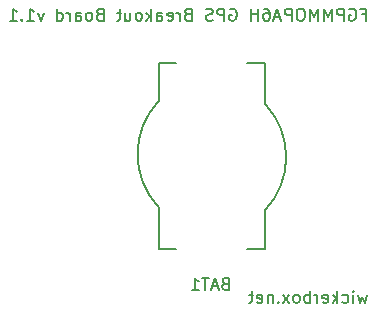
<source format=gbo>
%TF.GenerationSoftware,KiCad,Pcbnew,4.0.5-e0-6337~49~ubuntu16.04.1*%
%TF.CreationDate,2017-03-11T12:02:39-08:00*%
%TF.ProjectId,fgpmmopa6h-gps-breakout,6667706D6D6F706136682D6770732D62,v1.0*%
%TF.FileFunction,Legend,Bot*%
%FSLAX46Y46*%
G04 Gerber Fmt 4.6, Leading zero omitted, Abs format (unit mm)*
G04 Created by KiCad (PCBNEW 4.0.5-e0-6337~49~ubuntu16.04.1) date Sat Mar 11 12:02:39 2017*
%MOMM*%
%LPD*%
G01*
G04 APERTURE LIST*
%ADD10C,0.350000*%
%ADD11C,0.152400*%
%ADD12C,0.150000*%
%ADD13R,5.252400X2.652400*%
%ADD14C,10.352400*%
%ADD15R,2.184400X1.879600*%
%ADD16O,2.184400X1.879600*%
G04 APERTURE END LIST*
D10*
D11*
X168809609Y-80638469D02*
X169148275Y-80638469D01*
X169148275Y-81170659D02*
X169148275Y-80154659D01*
X168664466Y-80154659D01*
X167745228Y-80203040D02*
X167841990Y-80154659D01*
X167987133Y-80154659D01*
X168132275Y-80203040D01*
X168229037Y-80299802D01*
X168277418Y-80396564D01*
X168325799Y-80590088D01*
X168325799Y-80735230D01*
X168277418Y-80928754D01*
X168229037Y-81025516D01*
X168132275Y-81122278D01*
X167987133Y-81170659D01*
X167890371Y-81170659D01*
X167745228Y-81122278D01*
X167696847Y-81073897D01*
X167696847Y-80735230D01*
X167890371Y-80735230D01*
X167261418Y-81170659D02*
X167261418Y-80154659D01*
X166874371Y-80154659D01*
X166777609Y-80203040D01*
X166729228Y-80251421D01*
X166680847Y-80348183D01*
X166680847Y-80493326D01*
X166729228Y-80590088D01*
X166777609Y-80638469D01*
X166874371Y-80686850D01*
X167261418Y-80686850D01*
X166245418Y-81170659D02*
X166245418Y-80154659D01*
X165906752Y-80880373D01*
X165568085Y-80154659D01*
X165568085Y-81170659D01*
X165084275Y-81170659D02*
X165084275Y-80154659D01*
X164745609Y-80880373D01*
X164406942Y-80154659D01*
X164406942Y-81170659D01*
X163729608Y-80154659D02*
X163536085Y-80154659D01*
X163439323Y-80203040D01*
X163342561Y-80299802D01*
X163294180Y-80493326D01*
X163294180Y-80831992D01*
X163342561Y-81025516D01*
X163439323Y-81122278D01*
X163536085Y-81170659D01*
X163729608Y-81170659D01*
X163826370Y-81122278D01*
X163923132Y-81025516D01*
X163971513Y-80831992D01*
X163971513Y-80493326D01*
X163923132Y-80299802D01*
X163826370Y-80203040D01*
X163729608Y-80154659D01*
X162858751Y-81170659D02*
X162858751Y-80154659D01*
X162471704Y-80154659D01*
X162374942Y-80203040D01*
X162326561Y-80251421D01*
X162278180Y-80348183D01*
X162278180Y-80493326D01*
X162326561Y-80590088D01*
X162374942Y-80638469D01*
X162471704Y-80686850D01*
X162858751Y-80686850D01*
X161891132Y-80880373D02*
X161407323Y-80880373D01*
X161987894Y-81170659D02*
X161649227Y-80154659D01*
X161310561Y-81170659D01*
X160536466Y-80154659D02*
X160729989Y-80154659D01*
X160826751Y-80203040D01*
X160875132Y-80251421D01*
X160971894Y-80396564D01*
X161020275Y-80590088D01*
X161020275Y-80977135D01*
X160971894Y-81073897D01*
X160923513Y-81122278D01*
X160826751Y-81170659D01*
X160633228Y-81170659D01*
X160536466Y-81122278D01*
X160488085Y-81073897D01*
X160439704Y-80977135D01*
X160439704Y-80735230D01*
X160488085Y-80638469D01*
X160536466Y-80590088D01*
X160633228Y-80541707D01*
X160826751Y-80541707D01*
X160923513Y-80590088D01*
X160971894Y-80638469D01*
X161020275Y-80735230D01*
X160004275Y-81170659D02*
X160004275Y-80154659D01*
X160004275Y-80638469D02*
X159423704Y-80638469D01*
X159423704Y-81170659D02*
X159423704Y-80154659D01*
X157633609Y-80203040D02*
X157730371Y-80154659D01*
X157875514Y-80154659D01*
X158020656Y-80203040D01*
X158117418Y-80299802D01*
X158165799Y-80396564D01*
X158214180Y-80590088D01*
X158214180Y-80735230D01*
X158165799Y-80928754D01*
X158117418Y-81025516D01*
X158020656Y-81122278D01*
X157875514Y-81170659D01*
X157778752Y-81170659D01*
X157633609Y-81122278D01*
X157585228Y-81073897D01*
X157585228Y-80735230D01*
X157778752Y-80735230D01*
X157149799Y-81170659D02*
X157149799Y-80154659D01*
X156762752Y-80154659D01*
X156665990Y-80203040D01*
X156617609Y-80251421D01*
X156569228Y-80348183D01*
X156569228Y-80493326D01*
X156617609Y-80590088D01*
X156665990Y-80638469D01*
X156762752Y-80686850D01*
X157149799Y-80686850D01*
X156182180Y-81122278D02*
X156037037Y-81170659D01*
X155795133Y-81170659D01*
X155698371Y-81122278D01*
X155649990Y-81073897D01*
X155601609Y-80977135D01*
X155601609Y-80880373D01*
X155649990Y-80783611D01*
X155698371Y-80735230D01*
X155795133Y-80686850D01*
X155988656Y-80638469D01*
X156085418Y-80590088D01*
X156133799Y-80541707D01*
X156182180Y-80444945D01*
X156182180Y-80348183D01*
X156133799Y-80251421D01*
X156085418Y-80203040D01*
X155988656Y-80154659D01*
X155746752Y-80154659D01*
X155601609Y-80203040D01*
X154053419Y-80638469D02*
X153908276Y-80686850D01*
X153859895Y-80735230D01*
X153811514Y-80831992D01*
X153811514Y-80977135D01*
X153859895Y-81073897D01*
X153908276Y-81122278D01*
X154005038Y-81170659D01*
X154392085Y-81170659D01*
X154392085Y-80154659D01*
X154053419Y-80154659D01*
X153956657Y-80203040D01*
X153908276Y-80251421D01*
X153859895Y-80348183D01*
X153859895Y-80444945D01*
X153908276Y-80541707D01*
X153956657Y-80590088D01*
X154053419Y-80638469D01*
X154392085Y-80638469D01*
X153376085Y-81170659D02*
X153376085Y-80493326D01*
X153376085Y-80686850D02*
X153327704Y-80590088D01*
X153279323Y-80541707D01*
X153182561Y-80493326D01*
X153085800Y-80493326D01*
X152360086Y-81122278D02*
X152456848Y-81170659D01*
X152650371Y-81170659D01*
X152747133Y-81122278D01*
X152795514Y-81025516D01*
X152795514Y-80638469D01*
X152747133Y-80541707D01*
X152650371Y-80493326D01*
X152456848Y-80493326D01*
X152360086Y-80541707D01*
X152311705Y-80638469D01*
X152311705Y-80735230D01*
X152795514Y-80831992D01*
X151440848Y-81170659D02*
X151440848Y-80638469D01*
X151489229Y-80541707D01*
X151585991Y-80493326D01*
X151779514Y-80493326D01*
X151876276Y-80541707D01*
X151440848Y-81122278D02*
X151537610Y-81170659D01*
X151779514Y-81170659D01*
X151876276Y-81122278D01*
X151924657Y-81025516D01*
X151924657Y-80928754D01*
X151876276Y-80831992D01*
X151779514Y-80783611D01*
X151537610Y-80783611D01*
X151440848Y-80735230D01*
X150957038Y-81170659D02*
X150957038Y-80154659D01*
X150860276Y-80783611D02*
X150569991Y-81170659D01*
X150569991Y-80493326D02*
X150957038Y-80880373D01*
X149989419Y-81170659D02*
X150086181Y-81122278D01*
X150134562Y-81073897D01*
X150182943Y-80977135D01*
X150182943Y-80686850D01*
X150134562Y-80590088D01*
X150086181Y-80541707D01*
X149989419Y-80493326D01*
X149844277Y-80493326D01*
X149747515Y-80541707D01*
X149699134Y-80590088D01*
X149650753Y-80686850D01*
X149650753Y-80977135D01*
X149699134Y-81073897D01*
X149747515Y-81122278D01*
X149844277Y-81170659D01*
X149989419Y-81170659D01*
X148779896Y-80493326D02*
X148779896Y-81170659D01*
X149215324Y-80493326D02*
X149215324Y-81025516D01*
X149166943Y-81122278D01*
X149070181Y-81170659D01*
X148925039Y-81170659D01*
X148828277Y-81122278D01*
X148779896Y-81073897D01*
X148441229Y-80493326D02*
X148054181Y-80493326D01*
X148296086Y-80154659D02*
X148296086Y-81025516D01*
X148247705Y-81122278D01*
X148150943Y-81170659D01*
X148054181Y-81170659D01*
X146602754Y-80638469D02*
X146457611Y-80686850D01*
X146409230Y-80735230D01*
X146360849Y-80831992D01*
X146360849Y-80977135D01*
X146409230Y-81073897D01*
X146457611Y-81122278D01*
X146554373Y-81170659D01*
X146941420Y-81170659D01*
X146941420Y-80154659D01*
X146602754Y-80154659D01*
X146505992Y-80203040D01*
X146457611Y-80251421D01*
X146409230Y-80348183D01*
X146409230Y-80444945D01*
X146457611Y-80541707D01*
X146505992Y-80590088D01*
X146602754Y-80638469D01*
X146941420Y-80638469D01*
X145780277Y-81170659D02*
X145877039Y-81122278D01*
X145925420Y-81073897D01*
X145973801Y-80977135D01*
X145973801Y-80686850D01*
X145925420Y-80590088D01*
X145877039Y-80541707D01*
X145780277Y-80493326D01*
X145635135Y-80493326D01*
X145538373Y-80541707D01*
X145489992Y-80590088D01*
X145441611Y-80686850D01*
X145441611Y-80977135D01*
X145489992Y-81073897D01*
X145538373Y-81122278D01*
X145635135Y-81170659D01*
X145780277Y-81170659D01*
X144570754Y-81170659D02*
X144570754Y-80638469D01*
X144619135Y-80541707D01*
X144715897Y-80493326D01*
X144909420Y-80493326D01*
X145006182Y-80541707D01*
X144570754Y-81122278D02*
X144667516Y-81170659D01*
X144909420Y-81170659D01*
X145006182Y-81122278D01*
X145054563Y-81025516D01*
X145054563Y-80928754D01*
X145006182Y-80831992D01*
X144909420Y-80783611D01*
X144667516Y-80783611D01*
X144570754Y-80735230D01*
X144086944Y-81170659D02*
X144086944Y-80493326D01*
X144086944Y-80686850D02*
X144038563Y-80590088D01*
X143990182Y-80541707D01*
X143893420Y-80493326D01*
X143796659Y-80493326D01*
X143022564Y-81170659D02*
X143022564Y-80154659D01*
X143022564Y-81122278D02*
X143119326Y-81170659D01*
X143312849Y-81170659D01*
X143409611Y-81122278D01*
X143457992Y-81073897D01*
X143506373Y-80977135D01*
X143506373Y-80686850D01*
X143457992Y-80590088D01*
X143409611Y-80541707D01*
X143312849Y-80493326D01*
X143119326Y-80493326D01*
X143022564Y-80541707D01*
X141861421Y-80493326D02*
X141619516Y-81170659D01*
X141377612Y-80493326D01*
X140458374Y-81170659D02*
X141038945Y-81170659D01*
X140748659Y-81170659D02*
X140748659Y-80154659D01*
X140845421Y-80299802D01*
X140942183Y-80396564D01*
X141038945Y-80444945D01*
X140022945Y-81073897D02*
X139974564Y-81122278D01*
X140022945Y-81170659D01*
X140071326Y-81122278D01*
X140022945Y-81073897D01*
X140022945Y-81170659D01*
X139006945Y-81170659D02*
X139587516Y-81170659D01*
X139297230Y-81170659D02*
X139297230Y-80154659D01*
X139393992Y-80299802D01*
X139490754Y-80396564D01*
X139587516Y-80444945D01*
X169245037Y-104379486D02*
X169051513Y-105056819D01*
X168857990Y-104573010D01*
X168664466Y-105056819D01*
X168470942Y-104379486D01*
X168083894Y-105056819D02*
X168083894Y-104379486D01*
X168083894Y-104040819D02*
X168132275Y-104089200D01*
X168083894Y-104137581D01*
X168035513Y-104089200D01*
X168083894Y-104040819D01*
X168083894Y-104137581D01*
X167164656Y-105008438D02*
X167261418Y-105056819D01*
X167454941Y-105056819D01*
X167551703Y-105008438D01*
X167600084Y-104960057D01*
X167648465Y-104863295D01*
X167648465Y-104573010D01*
X167600084Y-104476248D01*
X167551703Y-104427867D01*
X167454941Y-104379486D01*
X167261418Y-104379486D01*
X167164656Y-104427867D01*
X166729227Y-105056819D02*
X166729227Y-104040819D01*
X166632465Y-104669771D02*
X166342180Y-105056819D01*
X166342180Y-104379486D02*
X166729227Y-104766533D01*
X165519704Y-105008438D02*
X165616466Y-105056819D01*
X165809989Y-105056819D01*
X165906751Y-105008438D01*
X165955132Y-104911676D01*
X165955132Y-104524629D01*
X165906751Y-104427867D01*
X165809989Y-104379486D01*
X165616466Y-104379486D01*
X165519704Y-104427867D01*
X165471323Y-104524629D01*
X165471323Y-104621390D01*
X165955132Y-104718152D01*
X165035894Y-105056819D02*
X165035894Y-104379486D01*
X165035894Y-104573010D02*
X164987513Y-104476248D01*
X164939132Y-104427867D01*
X164842370Y-104379486D01*
X164745609Y-104379486D01*
X164406942Y-105056819D02*
X164406942Y-104040819D01*
X164406942Y-104427867D02*
X164310180Y-104379486D01*
X164116657Y-104379486D01*
X164019895Y-104427867D01*
X163971514Y-104476248D01*
X163923133Y-104573010D01*
X163923133Y-104863295D01*
X163971514Y-104960057D01*
X164019895Y-105008438D01*
X164116657Y-105056819D01*
X164310180Y-105056819D01*
X164406942Y-105008438D01*
X163342561Y-105056819D02*
X163439323Y-105008438D01*
X163487704Y-104960057D01*
X163536085Y-104863295D01*
X163536085Y-104573010D01*
X163487704Y-104476248D01*
X163439323Y-104427867D01*
X163342561Y-104379486D01*
X163197419Y-104379486D01*
X163100657Y-104427867D01*
X163052276Y-104476248D01*
X163003895Y-104573010D01*
X163003895Y-104863295D01*
X163052276Y-104960057D01*
X163100657Y-105008438D01*
X163197419Y-105056819D01*
X163342561Y-105056819D01*
X162665228Y-105056819D02*
X162133038Y-104379486D01*
X162665228Y-104379486D02*
X162133038Y-105056819D01*
X161745990Y-104960057D02*
X161697609Y-105008438D01*
X161745990Y-105056819D01*
X161794371Y-105008438D01*
X161745990Y-104960057D01*
X161745990Y-105056819D01*
X161262180Y-104379486D02*
X161262180Y-105056819D01*
X161262180Y-104476248D02*
X161213799Y-104427867D01*
X161117037Y-104379486D01*
X160971895Y-104379486D01*
X160875133Y-104427867D01*
X160826752Y-104524629D01*
X160826752Y-105056819D01*
X159955895Y-105008438D02*
X160052657Y-105056819D01*
X160246180Y-105056819D01*
X160342942Y-105008438D01*
X160391323Y-104911676D01*
X160391323Y-104524629D01*
X160342942Y-104427867D01*
X160246180Y-104379486D01*
X160052657Y-104379486D01*
X159955895Y-104427867D01*
X159907514Y-104524629D01*
X159907514Y-104621390D01*
X160391323Y-104718152D01*
X159617228Y-104379486D02*
X159230180Y-104379486D01*
X159472085Y-104040819D02*
X159472085Y-104911676D01*
X159423704Y-105008438D01*
X159326942Y-105056819D01*
X159230180Y-105056819D01*
X160608400Y-100477300D02*
X159108400Y-100477300D01*
X160608400Y-97227300D02*
X160608400Y-100477300D01*
X160608400Y-84727300D02*
X159108400Y-84727300D01*
X160608400Y-84977300D02*
X160608400Y-84727300D01*
X160608400Y-88227300D02*
X160608400Y-84977300D01*
X160641787Y-88262806D02*
G75*
G02X160608400Y-97227300I-4783387J-4464494D01*
G01*
X151575013Y-96941794D02*
G75*
G02X151608400Y-87977300I4783387J4464494D01*
G01*
X151608400Y-96977300D02*
X151608400Y-100227300D01*
X151608400Y-100227300D02*
X151608400Y-100477300D01*
X151608400Y-100477300D02*
X153108400Y-100477300D01*
X151608400Y-87977300D02*
X151608400Y-84727300D01*
X151608400Y-84727300D02*
X153108400Y-84727300D01*
D12*
X157233785Y-103433571D02*
X157090928Y-103481190D01*
X157043309Y-103528810D01*
X156995690Y-103624048D01*
X156995690Y-103766905D01*
X157043309Y-103862143D01*
X157090928Y-103909762D01*
X157186166Y-103957381D01*
X157567119Y-103957381D01*
X157567119Y-102957381D01*
X157233785Y-102957381D01*
X157138547Y-103005000D01*
X157090928Y-103052619D01*
X157043309Y-103147857D01*
X157043309Y-103243095D01*
X157090928Y-103338333D01*
X157138547Y-103385952D01*
X157233785Y-103433571D01*
X157567119Y-103433571D01*
X156614738Y-103671667D02*
X156138547Y-103671667D01*
X156709976Y-103957381D02*
X156376643Y-102957381D01*
X156043309Y-103957381D01*
X155852833Y-102957381D02*
X155281404Y-102957381D01*
X155567119Y-103957381D02*
X155567119Y-102957381D01*
X154424261Y-103957381D02*
X154995690Y-103957381D01*
X154709976Y-103957381D02*
X154709976Y-102957381D01*
X154805214Y-103100238D01*
X154900452Y-103195476D01*
X154995690Y-103243095D01*
%LPC*%
D13*
X156108400Y-85077300D03*
X156108400Y-100377300D03*
D14*
X156108400Y-92727300D03*
D15*
X130810000Y-81280000D03*
D16*
X130810000Y-83820000D03*
X130810000Y-86360000D03*
X130810000Y-88900000D03*
X130810000Y-91440000D03*
X130810000Y-93980000D03*
X130810000Y-96520000D03*
X130810000Y-99060000D03*
X130810000Y-101600000D03*
X130810000Y-104140000D03*
M02*

</source>
